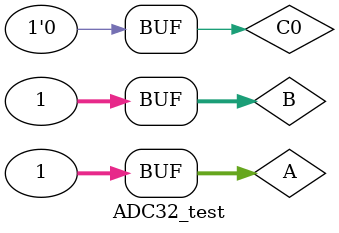
<source format=v>
`timescale 1ns / 1ps


module ADC32_test;

	// Inputs
	reg [31:0] A;
	reg [31:0] B;
	reg C0;

	// Outputs
	wire [31:0] S;
	wire Co;

	// Instantiate the Unit Under Test (UUT)
	ADC32 uut (
		.A(A), 
		.B(B), 
		.C0(C0), 
		.S(S), 
		.Co(Co)
	);

	initial begin
		// Initialize Inputs
		A = 0;
		B = 0;
		C0 = 0;
		#100;
		C0 = 1;
		A = 32'hFFFFFFFF;
		#100;
		A = 0;
		B = 32'hFFFFFFFF;
		#100;
		A = 1;
		B = 1;
		C0 = 0;

	end
      
endmodule


</source>
